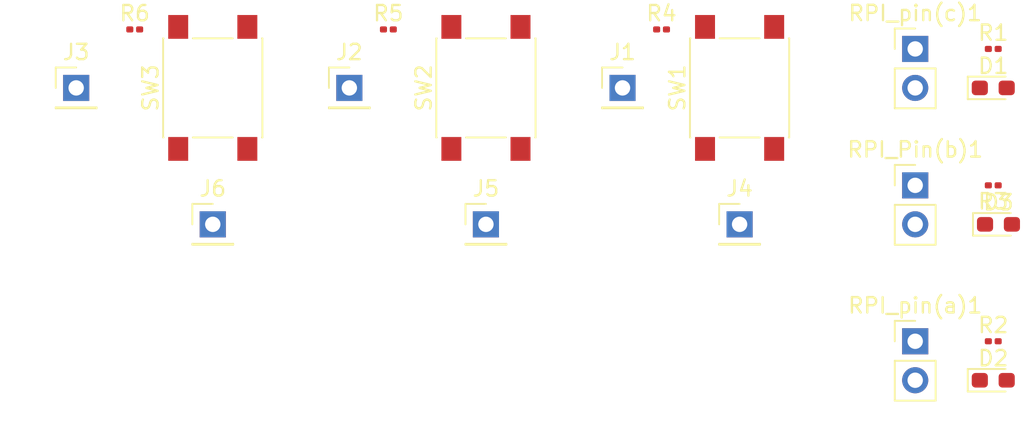
<source format=kicad_pcb>
(kicad_pcb (version 20171130) (host pcbnew 5.1.10-88a1d61d58~88~ubuntu20.04.1)

  (general
    (thickness 1.6)
    (drawings 0)
    (tracks 0)
    (zones 0)
    (modules 21)
    (nets 17)
  )

  (page A4)
  (layers
    (0 F.Cu signal)
    (31 B.Cu signal)
    (32 B.Adhes user)
    (33 F.Adhes user)
    (34 B.Paste user)
    (35 F.Paste user)
    (36 B.SilkS user)
    (37 F.SilkS user)
    (38 B.Mask user)
    (39 F.Mask user)
    (40 Dwgs.User user)
    (41 Cmts.User user)
    (42 Eco1.User user)
    (43 Eco2.User user)
    (44 Edge.Cuts user)
    (45 Margin user)
    (46 B.CrtYd user)
    (47 F.CrtYd user)
    (48 B.Fab user)
    (49 F.Fab user)
  )

  (setup
    (last_trace_width 0.25)
    (trace_clearance 0.2)
    (zone_clearance 0.508)
    (zone_45_only no)
    (trace_min 0.2)
    (via_size 0.8)
    (via_drill 0.4)
    (via_min_size 0.4)
    (via_min_drill 0.3)
    (uvia_size 0.3)
    (uvia_drill 0.1)
    (uvias_allowed no)
    (uvia_min_size 0.2)
    (uvia_min_drill 0.1)
    (edge_width 0.05)
    (segment_width 0.2)
    (pcb_text_width 0.3)
    (pcb_text_size 1.5 1.5)
    (mod_edge_width 0.12)
    (mod_text_size 1 1)
    (mod_text_width 0.15)
    (pad_size 1.524 1.524)
    (pad_drill 0.762)
    (pad_to_mask_clearance 0)
    (aux_axis_origin 0 0)
    (visible_elements FFFFFF7F)
    (pcbplotparams
      (layerselection 0x010fc_ffffffff)
      (usegerberextensions false)
      (usegerberattributes true)
      (usegerberadvancedattributes true)
      (creategerberjobfile true)
      (excludeedgelayer true)
      (linewidth 0.100000)
      (plotframeref false)
      (viasonmask false)
      (mode 1)
      (useauxorigin false)
      (hpglpennumber 1)
      (hpglpenspeed 20)
      (hpglpendiameter 15.000000)
      (psnegative false)
      (psa4output false)
      (plotreference true)
      (plotvalue true)
      (plotinvisibletext false)
      (padsonsilk false)
      (subtractmaskfromsilk false)
      (outputformat 1)
      (mirror false)
      (drillshape 1)
      (scaleselection 1)
      (outputdirectory ""))
  )

  (net 0 "")
  (net 1 "Net-(D1-Pad2)")
  (net 2 "Net-(D2-Pad2)")
  (net 3 "Net-(D3-Pad2)")
  (net 4 "Net-(D1-Pad1)")
  (net 5 "Net-(D2-Pad1)")
  (net 6 "Net-(D3-Pad1)")
  (net 7 "Net-(R1-Pad2)")
  (net 8 "Net-(R2-Pad2)")
  (net 9 "Net-(R3-Pad2)")
  (net 10 "Net-(J1-Pad1)")
  (net 11 "Net-(J2-Pad1)")
  (net 12 "Net-(J3-Pad1)")
  (net 13 "Net-(J4-Pad1)")
  (net 14 "Net-(J5-Pad1)")
  (net 15 "Net-(J6-Pad1)")
  (net 16 GND)

  (net_class Default "This is the default net class."
    (clearance 0.2)
    (trace_width 0.25)
    (via_dia 0.8)
    (via_drill 0.4)
    (uvia_dia 0.3)
    (uvia_drill 0.1)
    (add_net GND)
    (add_net "Net-(D1-Pad1)")
    (add_net "Net-(D1-Pad2)")
    (add_net "Net-(D2-Pad1)")
    (add_net "Net-(D2-Pad2)")
    (add_net "Net-(D3-Pad1)")
    (add_net "Net-(D3-Pad2)")
    (add_net "Net-(J1-Pad1)")
    (add_net "Net-(J2-Pad1)")
    (add_net "Net-(J3-Pad1)")
    (add_net "Net-(J4-Pad1)")
    (add_net "Net-(J5-Pad1)")
    (add_net "Net-(J6-Pad1)")
    (add_net "Net-(R1-Pad2)")
    (add_net "Net-(R2-Pad2)")
    (add_net "Net-(R3-Pad2)")
  )

  (module LED_SMD:LED_0603_1608Metric_Pad1.05x0.95mm_HandSolder (layer F.Cu) (tedit 5F68FEF1) (tstamp 60B92EF4)
    (at 165.1 100.33)
    (descr "LED SMD 0603 (1608 Metric), square (rectangular) end terminal, IPC_7351 nominal, (Body size source: http://www.tortai-tech.com/upload/download/2011102023233369053.pdf), generated with kicad-footprint-generator")
    (tags "LED handsolder")
    (path /60B7B905)
    (attr smd)
    (fp_text reference D1 (at 0 -1.43) (layer F.SilkS)
      (effects (font (size 1 1) (thickness 0.15)))
    )
    (fp_text value LED (at 0 1.43) (layer F.Fab)
      (effects (font (size 1 1) (thickness 0.15)))
    )
    (fp_line (start 1.65 0.73) (end -1.65 0.73) (layer F.CrtYd) (width 0.05))
    (fp_line (start 1.65 -0.73) (end 1.65 0.73) (layer F.CrtYd) (width 0.05))
    (fp_line (start -1.65 -0.73) (end 1.65 -0.73) (layer F.CrtYd) (width 0.05))
    (fp_line (start -1.65 0.73) (end -1.65 -0.73) (layer F.CrtYd) (width 0.05))
    (fp_line (start -1.66 0.735) (end 0.8 0.735) (layer F.SilkS) (width 0.12))
    (fp_line (start -1.66 -0.735) (end -1.66 0.735) (layer F.SilkS) (width 0.12))
    (fp_line (start 0.8 -0.735) (end -1.66 -0.735) (layer F.SilkS) (width 0.12))
    (fp_line (start 0.8 0.4) (end 0.8 -0.4) (layer F.Fab) (width 0.1))
    (fp_line (start -0.8 0.4) (end 0.8 0.4) (layer F.Fab) (width 0.1))
    (fp_line (start -0.8 -0.1) (end -0.8 0.4) (layer F.Fab) (width 0.1))
    (fp_line (start -0.5 -0.4) (end -0.8 -0.1) (layer F.Fab) (width 0.1))
    (fp_line (start 0.8 -0.4) (end -0.5 -0.4) (layer F.Fab) (width 0.1))
    (fp_text user %R (at 0 0) (layer F.Fab)
      (effects (font (size 0.4 0.4) (thickness 0.06)))
    )
    (pad 1 smd roundrect (at -0.875 0) (size 1.05 0.95) (layers F.Cu F.Paste F.Mask) (roundrect_rratio 0.25)
      (net 4 "Net-(D1-Pad1)"))
    (pad 2 smd roundrect (at 0.875 0) (size 1.05 0.95) (layers F.Cu F.Paste F.Mask) (roundrect_rratio 0.25)
      (net 1 "Net-(D1-Pad2)"))
    (model ${KISYS3DMOD}/LED_SMD.3dshapes/LED_0603_1608Metric.wrl
      (at (xyz 0 0 0))
      (scale (xyz 1 1 1))
      (rotate (xyz 0 0 0))
    )
  )

  (module LED_SMD:LED_0603_1608Metric_Pad1.05x0.95mm_HandSolder (layer F.Cu) (tedit 5F68FEF1) (tstamp 60B92F07)
    (at 165.1 119.38)
    (descr "LED SMD 0603 (1608 Metric), square (rectangular) end terminal, IPC_7351 nominal, (Body size source: http://www.tortai-tech.com/upload/download/2011102023233369053.pdf), generated with kicad-footprint-generator")
    (tags "LED handsolder")
    (path /60B7F8B0)
    (attr smd)
    (fp_text reference D2 (at 0 -1.43) (layer F.SilkS)
      (effects (font (size 1 1) (thickness 0.15)))
    )
    (fp_text value LED (at 0 1.43) (layer F.Fab)
      (effects (font (size 1 1) (thickness 0.15)))
    )
    (fp_text user %R (at 0 0) (layer F.Fab)
      (effects (font (size 0.4 0.4) (thickness 0.06)))
    )
    (fp_line (start 0.8 -0.4) (end -0.5 -0.4) (layer F.Fab) (width 0.1))
    (fp_line (start -0.5 -0.4) (end -0.8 -0.1) (layer F.Fab) (width 0.1))
    (fp_line (start -0.8 -0.1) (end -0.8 0.4) (layer F.Fab) (width 0.1))
    (fp_line (start -0.8 0.4) (end 0.8 0.4) (layer F.Fab) (width 0.1))
    (fp_line (start 0.8 0.4) (end 0.8 -0.4) (layer F.Fab) (width 0.1))
    (fp_line (start 0.8 -0.735) (end -1.66 -0.735) (layer F.SilkS) (width 0.12))
    (fp_line (start -1.66 -0.735) (end -1.66 0.735) (layer F.SilkS) (width 0.12))
    (fp_line (start -1.66 0.735) (end 0.8 0.735) (layer F.SilkS) (width 0.12))
    (fp_line (start -1.65 0.73) (end -1.65 -0.73) (layer F.CrtYd) (width 0.05))
    (fp_line (start -1.65 -0.73) (end 1.65 -0.73) (layer F.CrtYd) (width 0.05))
    (fp_line (start 1.65 -0.73) (end 1.65 0.73) (layer F.CrtYd) (width 0.05))
    (fp_line (start 1.65 0.73) (end -1.65 0.73) (layer F.CrtYd) (width 0.05))
    (pad 2 smd roundrect (at 0.875 0) (size 1.05 0.95) (layers F.Cu F.Paste F.Mask) (roundrect_rratio 0.25)
      (net 2 "Net-(D2-Pad2)"))
    (pad 1 smd roundrect (at -0.875 0) (size 1.05 0.95) (layers F.Cu F.Paste F.Mask) (roundrect_rratio 0.25)
      (net 5 "Net-(D2-Pad1)"))
    (model ${KISYS3DMOD}/LED_SMD.3dshapes/LED_0603_1608Metric.wrl
      (at (xyz 0 0 0))
      (scale (xyz 1 1 1))
      (rotate (xyz 0 0 0))
    )
  )

  (module LED_SMD:LED_0603_1608Metric_Pad1.05x0.95mm_HandSolder (layer F.Cu) (tedit 5F68FEF1) (tstamp 60B92F1A)
    (at 165.440001 109.22)
    (descr "LED SMD 0603 (1608 Metric), square (rectangular) end terminal, IPC_7351 nominal, (Body size source: http://www.tortai-tech.com/upload/download/2011102023233369053.pdf), generated with kicad-footprint-generator")
    (tags "LED handsolder")
    (path /60B7FFC9)
    (attr smd)
    (fp_text reference D3 (at 0 -1.43) (layer F.SilkS)
      (effects (font (size 1 1) (thickness 0.15)))
    )
    (fp_text value LED (at 0 1.43) (layer F.Fab)
      (effects (font (size 1 1) (thickness 0.15)))
    )
    (fp_line (start 1.65 0.73) (end -1.65 0.73) (layer F.CrtYd) (width 0.05))
    (fp_line (start 1.65 -0.73) (end 1.65 0.73) (layer F.CrtYd) (width 0.05))
    (fp_line (start -1.65 -0.73) (end 1.65 -0.73) (layer F.CrtYd) (width 0.05))
    (fp_line (start -1.65 0.73) (end -1.65 -0.73) (layer F.CrtYd) (width 0.05))
    (fp_line (start -1.66 0.735) (end 0.8 0.735) (layer F.SilkS) (width 0.12))
    (fp_line (start -1.66 -0.735) (end -1.66 0.735) (layer F.SilkS) (width 0.12))
    (fp_line (start 0.8 -0.735) (end -1.66 -0.735) (layer F.SilkS) (width 0.12))
    (fp_line (start 0.8 0.4) (end 0.8 -0.4) (layer F.Fab) (width 0.1))
    (fp_line (start -0.8 0.4) (end 0.8 0.4) (layer F.Fab) (width 0.1))
    (fp_line (start -0.8 -0.1) (end -0.8 0.4) (layer F.Fab) (width 0.1))
    (fp_line (start -0.5 -0.4) (end -0.8 -0.1) (layer F.Fab) (width 0.1))
    (fp_line (start 0.8 -0.4) (end -0.5 -0.4) (layer F.Fab) (width 0.1))
    (fp_text user %R (at 0 0) (layer F.Fab)
      (effects (font (size 0.4 0.4) (thickness 0.06)))
    )
    (pad 1 smd roundrect (at -0.875 0) (size 1.05 0.95) (layers F.Cu F.Paste F.Mask) (roundrect_rratio 0.25)
      (net 6 "Net-(D3-Pad1)"))
    (pad 2 smd roundrect (at 0.875 0) (size 1.05 0.95) (layers F.Cu F.Paste F.Mask) (roundrect_rratio 0.25)
      (net 3 "Net-(D3-Pad2)"))
    (model ${KISYS3DMOD}/LED_SMD.3dshapes/LED_0603_1608Metric.wrl
      (at (xyz 0 0 0))
      (scale (xyz 1 1 1))
      (rotate (xyz 0 0 0))
    )
  )

  (module Resistor_SMD:R_0201_0603Metric (layer F.Cu) (tedit 5F68FEEE) (tstamp 60B92F2B)
    (at 165.1 97.79)
    (descr "Resistor SMD 0201 (0603 Metric), square (rectangular) end terminal, IPC_7351 nominal, (Body size source: https://www.vishay.com/docs/20052/crcw0201e3.pdf), generated with kicad-footprint-generator")
    (tags resistor)
    (path /60B79FF2)
    (attr smd)
    (fp_text reference R1 (at 0 -1.05) (layer F.SilkS)
      (effects (font (size 1 1) (thickness 0.15)))
    )
    (fp_text value "1 k" (at 0 1.05) (layer F.Fab)
      (effects (font (size 1 1) (thickness 0.15)))
    )
    (fp_text user %R (at 0 -0.68) (layer F.Fab)
      (effects (font (size 0.25 0.25) (thickness 0.04)))
    )
    (fp_line (start -0.3 0.15) (end -0.3 -0.15) (layer F.Fab) (width 0.1))
    (fp_line (start -0.3 -0.15) (end 0.3 -0.15) (layer F.Fab) (width 0.1))
    (fp_line (start 0.3 -0.15) (end 0.3 0.15) (layer F.Fab) (width 0.1))
    (fp_line (start 0.3 0.15) (end -0.3 0.15) (layer F.Fab) (width 0.1))
    (fp_line (start -0.7 0.35) (end -0.7 -0.35) (layer F.CrtYd) (width 0.05))
    (fp_line (start -0.7 -0.35) (end 0.7 -0.35) (layer F.CrtYd) (width 0.05))
    (fp_line (start 0.7 -0.35) (end 0.7 0.35) (layer F.CrtYd) (width 0.05))
    (fp_line (start 0.7 0.35) (end -0.7 0.35) (layer F.CrtYd) (width 0.05))
    (pad 2 smd roundrect (at 0.32 0) (size 0.46 0.4) (layers F.Cu F.Mask) (roundrect_rratio 0.25)
      (net 7 "Net-(R1-Pad2)"))
    (pad 1 smd roundrect (at -0.32 0) (size 0.46 0.4) (layers F.Cu F.Mask) (roundrect_rratio 0.25)
      (net 1 "Net-(D1-Pad2)"))
    (pad "" smd roundrect (at 0.345 0) (size 0.318 0.36) (layers F.Paste) (roundrect_rratio 0.25))
    (pad "" smd roundrect (at -0.345 0) (size 0.318 0.36) (layers F.Paste) (roundrect_rratio 0.25))
    (model ${KISYS3DMOD}/Resistor_SMD.3dshapes/R_0201_0603Metric.wrl
      (at (xyz 0 0 0))
      (scale (xyz 1 1 1))
      (rotate (xyz 0 0 0))
    )
  )

  (module Resistor_SMD:R_0201_0603Metric (layer F.Cu) (tedit 5F68FEEE) (tstamp 60B92F3C)
    (at 165.1 116.84)
    (descr "Resistor SMD 0201 (0603 Metric), square (rectangular) end terminal, IPC_7351 nominal, (Body size source: https://www.vishay.com/docs/20052/crcw0201e3.pdf), generated with kicad-footprint-generator")
    (tags resistor)
    (path /60B7A918)
    (attr smd)
    (fp_text reference R2 (at 0 -1.05) (layer F.SilkS)
      (effects (font (size 1 1) (thickness 0.15)))
    )
    (fp_text value "1 k" (at 0 1.05) (layer F.Fab)
      (effects (font (size 1 1) (thickness 0.15)))
    )
    (fp_line (start 0.7 0.35) (end -0.7 0.35) (layer F.CrtYd) (width 0.05))
    (fp_line (start 0.7 -0.35) (end 0.7 0.35) (layer F.CrtYd) (width 0.05))
    (fp_line (start -0.7 -0.35) (end 0.7 -0.35) (layer F.CrtYd) (width 0.05))
    (fp_line (start -0.7 0.35) (end -0.7 -0.35) (layer F.CrtYd) (width 0.05))
    (fp_line (start 0.3 0.15) (end -0.3 0.15) (layer F.Fab) (width 0.1))
    (fp_line (start 0.3 -0.15) (end 0.3 0.15) (layer F.Fab) (width 0.1))
    (fp_line (start -0.3 -0.15) (end 0.3 -0.15) (layer F.Fab) (width 0.1))
    (fp_line (start -0.3 0.15) (end -0.3 -0.15) (layer F.Fab) (width 0.1))
    (fp_text user %R (at 0 -0.68) (layer F.Fab)
      (effects (font (size 0.25 0.25) (thickness 0.04)))
    )
    (pad "" smd roundrect (at -0.345 0) (size 0.318 0.36) (layers F.Paste) (roundrect_rratio 0.25))
    (pad "" smd roundrect (at 0.345 0) (size 0.318 0.36) (layers F.Paste) (roundrect_rratio 0.25))
    (pad 1 smd roundrect (at -0.32 0) (size 0.46 0.4) (layers F.Cu F.Mask) (roundrect_rratio 0.25)
      (net 2 "Net-(D2-Pad2)"))
    (pad 2 smd roundrect (at 0.32 0) (size 0.46 0.4) (layers F.Cu F.Mask) (roundrect_rratio 0.25)
      (net 8 "Net-(R2-Pad2)"))
    (model ${KISYS3DMOD}/Resistor_SMD.3dshapes/R_0201_0603Metric.wrl
      (at (xyz 0 0 0))
      (scale (xyz 1 1 1))
      (rotate (xyz 0 0 0))
    )
  )

  (module Resistor_SMD:R_0201_0603Metric (layer F.Cu) (tedit 5F68FEEE) (tstamp 60B92F4D)
    (at 165.1 106.68 180)
    (descr "Resistor SMD 0201 (0603 Metric), square (rectangular) end terminal, IPC_7351 nominal, (Body size source: https://www.vishay.com/docs/20052/crcw0201e3.pdf), generated with kicad-footprint-generator")
    (tags resistor)
    (path /60B7AF1E)
    (attr smd)
    (fp_text reference R3 (at 0 -1.05) (layer F.SilkS)
      (effects (font (size 1 1) (thickness 0.15)))
    )
    (fp_text value "1 k" (at 0 1.05) (layer F.Fab)
      (effects (font (size 1 1) (thickness 0.15)))
    )
    (fp_line (start 0.7 0.35) (end -0.7 0.35) (layer F.CrtYd) (width 0.05))
    (fp_line (start 0.7 -0.35) (end 0.7 0.35) (layer F.CrtYd) (width 0.05))
    (fp_line (start -0.7 -0.35) (end 0.7 -0.35) (layer F.CrtYd) (width 0.05))
    (fp_line (start -0.7 0.35) (end -0.7 -0.35) (layer F.CrtYd) (width 0.05))
    (fp_line (start 0.3 0.15) (end -0.3 0.15) (layer F.Fab) (width 0.1))
    (fp_line (start 0.3 -0.15) (end 0.3 0.15) (layer F.Fab) (width 0.1))
    (fp_line (start -0.3 -0.15) (end 0.3 -0.15) (layer F.Fab) (width 0.1))
    (fp_line (start -0.3 0.15) (end -0.3 -0.15) (layer F.Fab) (width 0.1))
    (fp_text user %R (at 0 -0.68) (layer F.Fab)
      (effects (font (size 0.25 0.25) (thickness 0.04)))
    )
    (pad "" smd roundrect (at -0.345 0 180) (size 0.318 0.36) (layers F.Paste) (roundrect_rratio 0.25))
    (pad "" smd roundrect (at 0.345 0 180) (size 0.318 0.36) (layers F.Paste) (roundrect_rratio 0.25))
    (pad 1 smd roundrect (at -0.32 0 180) (size 0.46 0.4) (layers F.Cu F.Mask) (roundrect_rratio 0.25)
      (net 3 "Net-(D3-Pad2)"))
    (pad 2 smd roundrect (at 0.32 0 180) (size 0.46 0.4) (layers F.Cu F.Mask) (roundrect_rratio 0.25)
      (net 9 "Net-(R3-Pad2)"))
    (model ${KISYS3DMOD}/Resistor_SMD.3dshapes/R_0201_0603Metric.wrl
      (at (xyz 0 0 0))
      (scale (xyz 1 1 1))
      (rotate (xyz 0 0 0))
    )
  )

  (module Connector_PinHeader_2.54mm:PinHeader_1x02_P2.54mm_Vertical (layer F.Cu) (tedit 59FED5CC) (tstamp 60B92F63)
    (at 160.02 116.84)
    (descr "Through hole straight pin header, 1x02, 2.54mm pitch, single row")
    (tags "Through hole pin header THT 1x02 2.54mm single row")
    (path /60B8B403)
    (fp_text reference "RPI_pin(a)1" (at 0 -2.33) (layer F.SilkS)
      (effects (font (size 1 1) (thickness 0.15)))
    )
    (fp_text value "3.3 v" (at 0 4.87) (layer F.Fab)
      (effects (font (size 1 1) (thickness 0.15)))
    )
    (fp_line (start 1.8 -1.8) (end -1.8 -1.8) (layer F.CrtYd) (width 0.05))
    (fp_line (start 1.8 4.35) (end 1.8 -1.8) (layer F.CrtYd) (width 0.05))
    (fp_line (start -1.8 4.35) (end 1.8 4.35) (layer F.CrtYd) (width 0.05))
    (fp_line (start -1.8 -1.8) (end -1.8 4.35) (layer F.CrtYd) (width 0.05))
    (fp_line (start -1.33 -1.33) (end 0 -1.33) (layer F.SilkS) (width 0.12))
    (fp_line (start -1.33 0) (end -1.33 -1.33) (layer F.SilkS) (width 0.12))
    (fp_line (start -1.33 1.27) (end 1.33 1.27) (layer F.SilkS) (width 0.12))
    (fp_line (start 1.33 1.27) (end 1.33 3.87) (layer F.SilkS) (width 0.12))
    (fp_line (start -1.33 1.27) (end -1.33 3.87) (layer F.SilkS) (width 0.12))
    (fp_line (start -1.33 3.87) (end 1.33 3.87) (layer F.SilkS) (width 0.12))
    (fp_line (start -1.27 -0.635) (end -0.635 -1.27) (layer F.Fab) (width 0.1))
    (fp_line (start -1.27 3.81) (end -1.27 -0.635) (layer F.Fab) (width 0.1))
    (fp_line (start 1.27 3.81) (end -1.27 3.81) (layer F.Fab) (width 0.1))
    (fp_line (start 1.27 -1.27) (end 1.27 3.81) (layer F.Fab) (width 0.1))
    (fp_line (start -0.635 -1.27) (end 1.27 -1.27) (layer F.Fab) (width 0.1))
    (fp_text user %R (at 0 1.27 90) (layer F.Fab)
      (effects (font (size 1 1) (thickness 0.15)))
    )
    (pad 1 thru_hole rect (at 0 0) (size 1.7 1.7) (drill 1) (layers *.Cu *.Mask)
      (net 8 "Net-(R2-Pad2)"))
    (pad 2 thru_hole oval (at 0 2.54) (size 1.7 1.7) (drill 1) (layers *.Cu *.Mask)
      (net 5 "Net-(D2-Pad1)"))
    (model ${KISYS3DMOD}/Connector_PinHeader_2.54mm.3dshapes/PinHeader_1x02_P2.54mm_Vertical.wrl
      (at (xyz 0 0 0))
      (scale (xyz 1 1 1))
      (rotate (xyz 0 0 0))
    )
  )

  (module Connector_PinHeader_2.54mm:PinHeader_1x02_P2.54mm_Vertical (layer F.Cu) (tedit 59FED5CC) (tstamp 60B92F79)
    (at 160.02 106.68)
    (descr "Through hole straight pin header, 1x02, 2.54mm pitch, single row")
    (tags "Through hole pin header THT 1x02 2.54mm single row")
    (path /60B98034)
    (fp_text reference "RPI_Pin(b)1" (at 0 -2.33) (layer F.SilkS)
      (effects (font (size 1 1) (thickness 0.15)))
    )
    (fp_text value 3.3v (at 0 4.87) (layer F.Fab)
      (effects (font (size 1 1) (thickness 0.15)))
    )
    (fp_text user %R (at 0 1.27 90) (layer F.Fab)
      (effects (font (size 1 1) (thickness 0.15)))
    )
    (fp_line (start -0.635 -1.27) (end 1.27 -1.27) (layer F.Fab) (width 0.1))
    (fp_line (start 1.27 -1.27) (end 1.27 3.81) (layer F.Fab) (width 0.1))
    (fp_line (start 1.27 3.81) (end -1.27 3.81) (layer F.Fab) (width 0.1))
    (fp_line (start -1.27 3.81) (end -1.27 -0.635) (layer F.Fab) (width 0.1))
    (fp_line (start -1.27 -0.635) (end -0.635 -1.27) (layer F.Fab) (width 0.1))
    (fp_line (start -1.33 3.87) (end 1.33 3.87) (layer F.SilkS) (width 0.12))
    (fp_line (start -1.33 1.27) (end -1.33 3.87) (layer F.SilkS) (width 0.12))
    (fp_line (start 1.33 1.27) (end 1.33 3.87) (layer F.SilkS) (width 0.12))
    (fp_line (start -1.33 1.27) (end 1.33 1.27) (layer F.SilkS) (width 0.12))
    (fp_line (start -1.33 0) (end -1.33 -1.33) (layer F.SilkS) (width 0.12))
    (fp_line (start -1.33 -1.33) (end 0 -1.33) (layer F.SilkS) (width 0.12))
    (fp_line (start -1.8 -1.8) (end -1.8 4.35) (layer F.CrtYd) (width 0.05))
    (fp_line (start -1.8 4.35) (end 1.8 4.35) (layer F.CrtYd) (width 0.05))
    (fp_line (start 1.8 4.35) (end 1.8 -1.8) (layer F.CrtYd) (width 0.05))
    (fp_line (start 1.8 -1.8) (end -1.8 -1.8) (layer F.CrtYd) (width 0.05))
    (pad 2 thru_hole oval (at 0 2.54) (size 1.7 1.7) (drill 1) (layers *.Cu *.Mask)
      (net 6 "Net-(D3-Pad1)"))
    (pad 1 thru_hole rect (at 0 0) (size 1.7 1.7) (drill 1) (layers *.Cu *.Mask)
      (net 9 "Net-(R3-Pad2)"))
    (model ${KISYS3DMOD}/Connector_PinHeader_2.54mm.3dshapes/PinHeader_1x02_P2.54mm_Vertical.wrl
      (at (xyz 0 0 0))
      (scale (xyz 1 1 1))
      (rotate (xyz 0 0 0))
    )
  )

  (module Connector_PinHeader_2.54mm:PinHeader_1x02_P2.54mm_Vertical (layer F.Cu) (tedit 59FED5CC) (tstamp 60B92F8F)
    (at 160.02 97.79)
    (descr "Through hole straight pin header, 1x02, 2.54mm pitch, single row")
    (tags "Through hole pin header THT 1x02 2.54mm single row")
    (path /60B98792)
    (fp_text reference "RPI_pin(c)1" (at 0 -2.33) (layer F.SilkS)
      (effects (font (size 1 1) (thickness 0.15)))
    )
    (fp_text value 3.3v (at 0 4.87) (layer F.Fab)
      (effects (font (size 1 1) (thickness 0.15)))
    )
    (fp_line (start 1.8 -1.8) (end -1.8 -1.8) (layer F.CrtYd) (width 0.05))
    (fp_line (start 1.8 4.35) (end 1.8 -1.8) (layer F.CrtYd) (width 0.05))
    (fp_line (start -1.8 4.35) (end 1.8 4.35) (layer F.CrtYd) (width 0.05))
    (fp_line (start -1.8 -1.8) (end -1.8 4.35) (layer F.CrtYd) (width 0.05))
    (fp_line (start -1.33 -1.33) (end 0 -1.33) (layer F.SilkS) (width 0.12))
    (fp_line (start -1.33 0) (end -1.33 -1.33) (layer F.SilkS) (width 0.12))
    (fp_line (start -1.33 1.27) (end 1.33 1.27) (layer F.SilkS) (width 0.12))
    (fp_line (start 1.33 1.27) (end 1.33 3.87) (layer F.SilkS) (width 0.12))
    (fp_line (start -1.33 1.27) (end -1.33 3.87) (layer F.SilkS) (width 0.12))
    (fp_line (start -1.33 3.87) (end 1.33 3.87) (layer F.SilkS) (width 0.12))
    (fp_line (start -1.27 -0.635) (end -0.635 -1.27) (layer F.Fab) (width 0.1))
    (fp_line (start -1.27 3.81) (end -1.27 -0.635) (layer F.Fab) (width 0.1))
    (fp_line (start 1.27 3.81) (end -1.27 3.81) (layer F.Fab) (width 0.1))
    (fp_line (start 1.27 -1.27) (end 1.27 3.81) (layer F.Fab) (width 0.1))
    (fp_line (start -0.635 -1.27) (end 1.27 -1.27) (layer F.Fab) (width 0.1))
    (fp_text user %R (at 0 1.27 90) (layer F.Fab)
      (effects (font (size 1 1) (thickness 0.15)))
    )
    (pad 1 thru_hole rect (at 0 0) (size 1.7 1.7) (drill 1) (layers *.Cu *.Mask)
      (net 7 "Net-(R1-Pad2)"))
    (pad 2 thru_hole oval (at 0 2.54) (size 1.7 1.7) (drill 1) (layers *.Cu *.Mask)
      (net 4 "Net-(D1-Pad1)"))
    (model ${KISYS3DMOD}/Connector_PinHeader_2.54mm.3dshapes/PinHeader_1x02_P2.54mm_Vertical.wrl
      (at (xyz 0 0 0))
      (scale (xyz 1 1 1))
      (rotate (xyz 0 0 0))
    )
  )

  (module Connector_PinHeader_2.54mm:PinHeader_1x01_P2.54mm_Vertical (layer F.Cu) (tedit 59FED5CC) (tstamp 60B94BB3)
    (at 140.97 100.33)
    (descr "Through hole straight pin header, 1x01, 2.54mm pitch, single row")
    (tags "Through hole pin header THT 1x01 2.54mm single row")
    (path /60BD20B0)
    (fp_text reference J1 (at 0 -2.33) (layer F.SilkS)
      (effects (font (size 1 1) (thickness 0.15)))
    )
    (fp_text value "RPI_PIN 3.3v" (at 0 2.33) (layer F.Fab)
      (effects (font (size 1 1) (thickness 0.15)))
    )
    (fp_text user %R (at 0 0 90) (layer F.Fab)
      (effects (font (size 1 1) (thickness 0.15)))
    )
    (fp_line (start -0.635 -1.27) (end 1.27 -1.27) (layer F.Fab) (width 0.1))
    (fp_line (start 1.27 -1.27) (end 1.27 1.27) (layer F.Fab) (width 0.1))
    (fp_line (start 1.27 1.27) (end -1.27 1.27) (layer F.Fab) (width 0.1))
    (fp_line (start -1.27 1.27) (end -1.27 -0.635) (layer F.Fab) (width 0.1))
    (fp_line (start -1.27 -0.635) (end -0.635 -1.27) (layer F.Fab) (width 0.1))
    (fp_line (start -1.33 1.33) (end 1.33 1.33) (layer F.SilkS) (width 0.12))
    (fp_line (start -1.33 1.27) (end -1.33 1.33) (layer F.SilkS) (width 0.12))
    (fp_line (start 1.33 1.27) (end 1.33 1.33) (layer F.SilkS) (width 0.12))
    (fp_line (start -1.33 1.27) (end 1.33 1.27) (layer F.SilkS) (width 0.12))
    (fp_line (start -1.33 0) (end -1.33 -1.33) (layer F.SilkS) (width 0.12))
    (fp_line (start -1.33 -1.33) (end 0 -1.33) (layer F.SilkS) (width 0.12))
    (fp_line (start -1.8 -1.8) (end -1.8 1.8) (layer F.CrtYd) (width 0.05))
    (fp_line (start -1.8 1.8) (end 1.8 1.8) (layer F.CrtYd) (width 0.05))
    (fp_line (start 1.8 1.8) (end 1.8 -1.8) (layer F.CrtYd) (width 0.05))
    (fp_line (start 1.8 -1.8) (end -1.8 -1.8) (layer F.CrtYd) (width 0.05))
    (pad 1 thru_hole rect (at 0 0) (size 1.7 1.7) (drill 1) (layers *.Cu *.Mask)
      (net 10 "Net-(J1-Pad1)"))
    (model ${KISYS3DMOD}/Connector_PinHeader_2.54mm.3dshapes/PinHeader_1x01_P2.54mm_Vertical.wrl
      (at (xyz 0 0 0))
      (scale (xyz 1 1 1))
      (rotate (xyz 0 0 0))
    )
  )

  (module Connector_PinHeader_2.54mm:PinHeader_1x01_P2.54mm_Vertical (layer F.Cu) (tedit 59FED5CC) (tstamp 60B94BC8)
    (at 123.19 100.33)
    (descr "Through hole straight pin header, 1x01, 2.54mm pitch, single row")
    (tags "Through hole pin header THT 1x01 2.54mm single row")
    (path /60BE38C6)
    (fp_text reference J2 (at 0 -2.33) (layer F.SilkS)
      (effects (font (size 1 1) (thickness 0.15)))
    )
    (fp_text value "RPI_PIN 3.3v" (at 0 2.33) (layer F.Fab)
      (effects (font (size 1 1) (thickness 0.15)))
    )
    (fp_text user %R (at 0 0 90) (layer F.Fab)
      (effects (font (size 1 1) (thickness 0.15)))
    )
    (fp_line (start -0.635 -1.27) (end 1.27 -1.27) (layer F.Fab) (width 0.1))
    (fp_line (start 1.27 -1.27) (end 1.27 1.27) (layer F.Fab) (width 0.1))
    (fp_line (start 1.27 1.27) (end -1.27 1.27) (layer F.Fab) (width 0.1))
    (fp_line (start -1.27 1.27) (end -1.27 -0.635) (layer F.Fab) (width 0.1))
    (fp_line (start -1.27 -0.635) (end -0.635 -1.27) (layer F.Fab) (width 0.1))
    (fp_line (start -1.33 1.33) (end 1.33 1.33) (layer F.SilkS) (width 0.12))
    (fp_line (start -1.33 1.27) (end -1.33 1.33) (layer F.SilkS) (width 0.12))
    (fp_line (start 1.33 1.27) (end 1.33 1.33) (layer F.SilkS) (width 0.12))
    (fp_line (start -1.33 1.27) (end 1.33 1.27) (layer F.SilkS) (width 0.12))
    (fp_line (start -1.33 0) (end -1.33 -1.33) (layer F.SilkS) (width 0.12))
    (fp_line (start -1.33 -1.33) (end 0 -1.33) (layer F.SilkS) (width 0.12))
    (fp_line (start -1.8 -1.8) (end -1.8 1.8) (layer F.CrtYd) (width 0.05))
    (fp_line (start -1.8 1.8) (end 1.8 1.8) (layer F.CrtYd) (width 0.05))
    (fp_line (start 1.8 1.8) (end 1.8 -1.8) (layer F.CrtYd) (width 0.05))
    (fp_line (start 1.8 -1.8) (end -1.8 -1.8) (layer F.CrtYd) (width 0.05))
    (pad 1 thru_hole rect (at 0 0) (size 1.7 1.7) (drill 1) (layers *.Cu *.Mask)
      (net 11 "Net-(J2-Pad1)"))
    (model ${KISYS3DMOD}/Connector_PinHeader_2.54mm.3dshapes/PinHeader_1x01_P2.54mm_Vertical.wrl
      (at (xyz 0 0 0))
      (scale (xyz 1 1 1))
      (rotate (xyz 0 0 0))
    )
  )

  (module Connector_PinHeader_2.54mm:PinHeader_1x01_P2.54mm_Vertical (layer F.Cu) (tedit 59FED5CC) (tstamp 60B94BDD)
    (at 105.41 100.33)
    (descr "Through hole straight pin header, 1x01, 2.54mm pitch, single row")
    (tags "Through hole pin header THT 1x01 2.54mm single row")
    (path /60BE499A)
    (fp_text reference J3 (at 0 -2.33) (layer F.SilkS)
      (effects (font (size 1 1) (thickness 0.15)))
    )
    (fp_text value "RPI_PIN 3.3v" (at 0 2.33) (layer F.Fab)
      (effects (font (size 1 1) (thickness 0.15)))
    )
    (fp_text user %R (at 0 0 90) (layer F.Fab)
      (effects (font (size 1 1) (thickness 0.15)))
    )
    (fp_line (start -0.635 -1.27) (end 1.27 -1.27) (layer F.Fab) (width 0.1))
    (fp_line (start 1.27 -1.27) (end 1.27 1.27) (layer F.Fab) (width 0.1))
    (fp_line (start 1.27 1.27) (end -1.27 1.27) (layer F.Fab) (width 0.1))
    (fp_line (start -1.27 1.27) (end -1.27 -0.635) (layer F.Fab) (width 0.1))
    (fp_line (start -1.27 -0.635) (end -0.635 -1.27) (layer F.Fab) (width 0.1))
    (fp_line (start -1.33 1.33) (end 1.33 1.33) (layer F.SilkS) (width 0.12))
    (fp_line (start -1.33 1.27) (end -1.33 1.33) (layer F.SilkS) (width 0.12))
    (fp_line (start 1.33 1.27) (end 1.33 1.33) (layer F.SilkS) (width 0.12))
    (fp_line (start -1.33 1.27) (end 1.33 1.27) (layer F.SilkS) (width 0.12))
    (fp_line (start -1.33 0) (end -1.33 -1.33) (layer F.SilkS) (width 0.12))
    (fp_line (start -1.33 -1.33) (end 0 -1.33) (layer F.SilkS) (width 0.12))
    (fp_line (start -1.8 -1.8) (end -1.8 1.8) (layer F.CrtYd) (width 0.05))
    (fp_line (start -1.8 1.8) (end 1.8 1.8) (layer F.CrtYd) (width 0.05))
    (fp_line (start 1.8 1.8) (end 1.8 -1.8) (layer F.CrtYd) (width 0.05))
    (fp_line (start 1.8 -1.8) (end -1.8 -1.8) (layer F.CrtYd) (width 0.05))
    (pad 1 thru_hole rect (at 0 0) (size 1.7 1.7) (drill 1) (layers *.Cu *.Mask)
      (net 12 "Net-(J3-Pad1)"))
    (model ${KISYS3DMOD}/Connector_PinHeader_2.54mm.3dshapes/PinHeader_1x01_P2.54mm_Vertical.wrl
      (at (xyz 0 0 0))
      (scale (xyz 1 1 1))
      (rotate (xyz 0 0 0))
    )
  )

  (module Connector_PinHeader_2.54mm:PinHeader_1x01_P2.54mm_Vertical (layer F.Cu) (tedit 59FED5CC) (tstamp 60B94BF2)
    (at 148.59 109.22)
    (descr "Through hole straight pin header, 1x01, 2.54mm pitch, single row")
    (tags "Through hole pin header THT 1x01 2.54mm single row")
    (path /60BD2C9A)
    (fp_text reference J4 (at 0 -2.33) (layer F.SilkS)
      (effects (font (size 1 1) (thickness 0.15)))
    )
    (fp_text value "RPI_PIN(d)" (at 0 2.33) (layer F.Fab)
      (effects (font (size 1 1) (thickness 0.15)))
    )
    (fp_line (start 1.8 -1.8) (end -1.8 -1.8) (layer F.CrtYd) (width 0.05))
    (fp_line (start 1.8 1.8) (end 1.8 -1.8) (layer F.CrtYd) (width 0.05))
    (fp_line (start -1.8 1.8) (end 1.8 1.8) (layer F.CrtYd) (width 0.05))
    (fp_line (start -1.8 -1.8) (end -1.8 1.8) (layer F.CrtYd) (width 0.05))
    (fp_line (start -1.33 -1.33) (end 0 -1.33) (layer F.SilkS) (width 0.12))
    (fp_line (start -1.33 0) (end -1.33 -1.33) (layer F.SilkS) (width 0.12))
    (fp_line (start -1.33 1.27) (end 1.33 1.27) (layer F.SilkS) (width 0.12))
    (fp_line (start 1.33 1.27) (end 1.33 1.33) (layer F.SilkS) (width 0.12))
    (fp_line (start -1.33 1.27) (end -1.33 1.33) (layer F.SilkS) (width 0.12))
    (fp_line (start -1.33 1.33) (end 1.33 1.33) (layer F.SilkS) (width 0.12))
    (fp_line (start -1.27 -0.635) (end -0.635 -1.27) (layer F.Fab) (width 0.1))
    (fp_line (start -1.27 1.27) (end -1.27 -0.635) (layer F.Fab) (width 0.1))
    (fp_line (start 1.27 1.27) (end -1.27 1.27) (layer F.Fab) (width 0.1))
    (fp_line (start 1.27 -1.27) (end 1.27 1.27) (layer F.Fab) (width 0.1))
    (fp_line (start -0.635 -1.27) (end 1.27 -1.27) (layer F.Fab) (width 0.1))
    (fp_text user %R (at 0 0 90) (layer F.Fab)
      (effects (font (size 1 1) (thickness 0.15)))
    )
    (pad 1 thru_hole rect (at 0 0) (size 1.7 1.7) (drill 1) (layers *.Cu *.Mask)
      (net 13 "Net-(J4-Pad1)"))
    (model ${KISYS3DMOD}/Connector_PinHeader_2.54mm.3dshapes/PinHeader_1x01_P2.54mm_Vertical.wrl
      (at (xyz 0 0 0))
      (scale (xyz 1 1 1))
      (rotate (xyz 0 0 0))
    )
  )

  (module Connector_PinHeader_2.54mm:PinHeader_1x01_P2.54mm_Vertical (layer F.Cu) (tedit 59FED5CC) (tstamp 60B94C07)
    (at 132.08 109.22)
    (descr "Through hole straight pin header, 1x01, 2.54mm pitch, single row")
    (tags "Through hole pin header THT 1x01 2.54mm single row")
    (path /60BE38C0)
    (fp_text reference J5 (at 0 -2.33) (layer F.SilkS)
      (effects (font (size 1 1) (thickness 0.15)))
    )
    (fp_text value "RPI_PIN(e)" (at 0 2.33) (layer F.Fab)
      (effects (font (size 1 1) (thickness 0.15)))
    )
    (fp_line (start 1.8 -1.8) (end -1.8 -1.8) (layer F.CrtYd) (width 0.05))
    (fp_line (start 1.8 1.8) (end 1.8 -1.8) (layer F.CrtYd) (width 0.05))
    (fp_line (start -1.8 1.8) (end 1.8 1.8) (layer F.CrtYd) (width 0.05))
    (fp_line (start -1.8 -1.8) (end -1.8 1.8) (layer F.CrtYd) (width 0.05))
    (fp_line (start -1.33 -1.33) (end 0 -1.33) (layer F.SilkS) (width 0.12))
    (fp_line (start -1.33 0) (end -1.33 -1.33) (layer F.SilkS) (width 0.12))
    (fp_line (start -1.33 1.27) (end 1.33 1.27) (layer F.SilkS) (width 0.12))
    (fp_line (start 1.33 1.27) (end 1.33 1.33) (layer F.SilkS) (width 0.12))
    (fp_line (start -1.33 1.27) (end -1.33 1.33) (layer F.SilkS) (width 0.12))
    (fp_line (start -1.33 1.33) (end 1.33 1.33) (layer F.SilkS) (width 0.12))
    (fp_line (start -1.27 -0.635) (end -0.635 -1.27) (layer F.Fab) (width 0.1))
    (fp_line (start -1.27 1.27) (end -1.27 -0.635) (layer F.Fab) (width 0.1))
    (fp_line (start 1.27 1.27) (end -1.27 1.27) (layer F.Fab) (width 0.1))
    (fp_line (start 1.27 -1.27) (end 1.27 1.27) (layer F.Fab) (width 0.1))
    (fp_line (start -0.635 -1.27) (end 1.27 -1.27) (layer F.Fab) (width 0.1))
    (fp_text user %R (at 0 0 90) (layer F.Fab)
      (effects (font (size 1 1) (thickness 0.15)))
    )
    (pad 1 thru_hole rect (at 0 0) (size 1.7 1.7) (drill 1) (layers *.Cu *.Mask)
      (net 14 "Net-(J5-Pad1)"))
    (model ${KISYS3DMOD}/Connector_PinHeader_2.54mm.3dshapes/PinHeader_1x01_P2.54mm_Vertical.wrl
      (at (xyz 0 0 0))
      (scale (xyz 1 1 1))
      (rotate (xyz 0 0 0))
    )
  )

  (module Connector_PinHeader_2.54mm:PinHeader_1x01_P2.54mm_Vertical (layer F.Cu) (tedit 59FED5CC) (tstamp 60B94C1C)
    (at 114.3 109.22)
    (descr "Through hole straight pin header, 1x01, 2.54mm pitch, single row")
    (tags "Through hole pin header THT 1x01 2.54mm single row")
    (path /60BE4994)
    (fp_text reference J6 (at 0 -2.33) (layer F.SilkS)
      (effects (font (size 1 1) (thickness 0.15)))
    )
    (fp_text value "RPI_PIN(f)" (at 0 2.33) (layer F.Fab)
      (effects (font (size 1 1) (thickness 0.15)))
    )
    (fp_line (start 1.8 -1.8) (end -1.8 -1.8) (layer F.CrtYd) (width 0.05))
    (fp_line (start 1.8 1.8) (end 1.8 -1.8) (layer F.CrtYd) (width 0.05))
    (fp_line (start -1.8 1.8) (end 1.8 1.8) (layer F.CrtYd) (width 0.05))
    (fp_line (start -1.8 -1.8) (end -1.8 1.8) (layer F.CrtYd) (width 0.05))
    (fp_line (start -1.33 -1.33) (end 0 -1.33) (layer F.SilkS) (width 0.12))
    (fp_line (start -1.33 0) (end -1.33 -1.33) (layer F.SilkS) (width 0.12))
    (fp_line (start -1.33 1.27) (end 1.33 1.27) (layer F.SilkS) (width 0.12))
    (fp_line (start 1.33 1.27) (end 1.33 1.33) (layer F.SilkS) (width 0.12))
    (fp_line (start -1.33 1.27) (end -1.33 1.33) (layer F.SilkS) (width 0.12))
    (fp_line (start -1.33 1.33) (end 1.33 1.33) (layer F.SilkS) (width 0.12))
    (fp_line (start -1.27 -0.635) (end -0.635 -1.27) (layer F.Fab) (width 0.1))
    (fp_line (start -1.27 1.27) (end -1.27 -0.635) (layer F.Fab) (width 0.1))
    (fp_line (start 1.27 1.27) (end -1.27 1.27) (layer F.Fab) (width 0.1))
    (fp_line (start 1.27 -1.27) (end 1.27 1.27) (layer F.Fab) (width 0.1))
    (fp_line (start -0.635 -1.27) (end 1.27 -1.27) (layer F.Fab) (width 0.1))
    (fp_text user %R (at 0 0 90) (layer F.Fab)
      (effects (font (size 1 1) (thickness 0.15)))
    )
    (pad 1 thru_hole rect (at 0 0) (size 1.7 1.7) (drill 1) (layers *.Cu *.Mask)
      (net 15 "Net-(J6-Pad1)"))
    (model ${KISYS3DMOD}/Connector_PinHeader_2.54mm.3dshapes/PinHeader_1x01_P2.54mm_Vertical.wrl
      (at (xyz 0 0 0))
      (scale (xyz 1 1 1))
      (rotate (xyz 0 0 0))
    )
  )

  (module Resistor_SMD:R_0201_0603Metric (layer F.Cu) (tedit 5F68FEEE) (tstamp 60B94C2D)
    (at 143.51 96.52)
    (descr "Resistor SMD 0201 (0603 Metric), square (rectangular) end terminal, IPC_7351 nominal, (Body size source: https://www.vishay.com/docs/20052/crcw0201e3.pdf), generated with kicad-footprint-generator")
    (tags resistor)
    (path /60BCEBCB)
    (attr smd)
    (fp_text reference R4 (at 0 -1.05) (layer F.SilkS)
      (effects (font (size 1 1) (thickness 0.15)))
    )
    (fp_text value 1k (at 0 1.05) (layer F.Fab)
      (effects (font (size 1 1) (thickness 0.15)))
    )
    (fp_line (start 0.7 0.35) (end -0.7 0.35) (layer F.CrtYd) (width 0.05))
    (fp_line (start 0.7 -0.35) (end 0.7 0.35) (layer F.CrtYd) (width 0.05))
    (fp_line (start -0.7 -0.35) (end 0.7 -0.35) (layer F.CrtYd) (width 0.05))
    (fp_line (start -0.7 0.35) (end -0.7 -0.35) (layer F.CrtYd) (width 0.05))
    (fp_line (start 0.3 0.15) (end -0.3 0.15) (layer F.Fab) (width 0.1))
    (fp_line (start 0.3 -0.15) (end 0.3 0.15) (layer F.Fab) (width 0.1))
    (fp_line (start -0.3 -0.15) (end 0.3 -0.15) (layer F.Fab) (width 0.1))
    (fp_line (start -0.3 0.15) (end -0.3 -0.15) (layer F.Fab) (width 0.1))
    (fp_text user %R (at 0 -0.68) (layer F.Fab)
      (effects (font (size 0.25 0.25) (thickness 0.04)))
    )
    (pad "" smd roundrect (at -0.345 0) (size 0.318 0.36) (layers F.Paste) (roundrect_rratio 0.25))
    (pad "" smd roundrect (at 0.345 0) (size 0.318 0.36) (layers F.Paste) (roundrect_rratio 0.25))
    (pad 1 smd roundrect (at -0.32 0) (size 0.46 0.4) (layers F.Cu F.Mask) (roundrect_rratio 0.25)
      (net 10 "Net-(J1-Pad1)"))
    (pad 2 smd roundrect (at 0.32 0) (size 0.46 0.4) (layers F.Cu F.Mask) (roundrect_rratio 0.25)
      (net 16 GND))
    (model ${KISYS3DMOD}/Resistor_SMD.3dshapes/R_0201_0603Metric.wrl
      (at (xyz 0 0 0))
      (scale (xyz 1 1 1))
      (rotate (xyz 0 0 0))
    )
  )

  (module Resistor_SMD:R_0201_0603Metric (layer F.Cu) (tedit 5F68FEEE) (tstamp 60B94C3E)
    (at 125.73 96.52)
    (descr "Resistor SMD 0201 (0603 Metric), square (rectangular) end terminal, IPC_7351 nominal, (Body size source: https://www.vishay.com/docs/20052/crcw0201e3.pdf), generated with kicad-footprint-generator")
    (tags resistor)
    (path /60BE38CC)
    (attr smd)
    (fp_text reference R5 (at 0 -1.05) (layer F.SilkS)
      (effects (font (size 1 1) (thickness 0.15)))
    )
    (fp_text value 1k (at 0 1.05) (layer F.Fab)
      (effects (font (size 1 1) (thickness 0.15)))
    )
    (fp_text user %R (at 0 -0.68) (layer F.Fab)
      (effects (font (size 0.25 0.25) (thickness 0.04)))
    )
    (fp_line (start -0.3 0.15) (end -0.3 -0.15) (layer F.Fab) (width 0.1))
    (fp_line (start -0.3 -0.15) (end 0.3 -0.15) (layer F.Fab) (width 0.1))
    (fp_line (start 0.3 -0.15) (end 0.3 0.15) (layer F.Fab) (width 0.1))
    (fp_line (start 0.3 0.15) (end -0.3 0.15) (layer F.Fab) (width 0.1))
    (fp_line (start -0.7 0.35) (end -0.7 -0.35) (layer F.CrtYd) (width 0.05))
    (fp_line (start -0.7 -0.35) (end 0.7 -0.35) (layer F.CrtYd) (width 0.05))
    (fp_line (start 0.7 -0.35) (end 0.7 0.35) (layer F.CrtYd) (width 0.05))
    (fp_line (start 0.7 0.35) (end -0.7 0.35) (layer F.CrtYd) (width 0.05))
    (pad 2 smd roundrect (at 0.32 0) (size 0.46 0.4) (layers F.Cu F.Mask) (roundrect_rratio 0.25)
      (net 16 GND))
    (pad 1 smd roundrect (at -0.32 0) (size 0.46 0.4) (layers F.Cu F.Mask) (roundrect_rratio 0.25)
      (net 11 "Net-(J2-Pad1)"))
    (pad "" smd roundrect (at 0.345 0) (size 0.318 0.36) (layers F.Paste) (roundrect_rratio 0.25))
    (pad "" smd roundrect (at -0.345 0) (size 0.318 0.36) (layers F.Paste) (roundrect_rratio 0.25))
    (model ${KISYS3DMOD}/Resistor_SMD.3dshapes/R_0201_0603Metric.wrl
      (at (xyz 0 0 0))
      (scale (xyz 1 1 1))
      (rotate (xyz 0 0 0))
    )
  )

  (module Resistor_SMD:R_0201_0603Metric (layer F.Cu) (tedit 5F68FEEE) (tstamp 60B94C4F)
    (at 109.22 96.52)
    (descr "Resistor SMD 0201 (0603 Metric), square (rectangular) end terminal, IPC_7351 nominal, (Body size source: https://www.vishay.com/docs/20052/crcw0201e3.pdf), generated with kicad-footprint-generator")
    (tags resistor)
    (path /60BE49A0)
    (attr smd)
    (fp_text reference R6 (at 0 -1.05) (layer F.SilkS)
      (effects (font (size 1 1) (thickness 0.15)))
    )
    (fp_text value 1k (at 0 1.05) (layer F.Fab)
      (effects (font (size 1 1) (thickness 0.15)))
    )
    (fp_line (start 0.7 0.35) (end -0.7 0.35) (layer F.CrtYd) (width 0.05))
    (fp_line (start 0.7 -0.35) (end 0.7 0.35) (layer F.CrtYd) (width 0.05))
    (fp_line (start -0.7 -0.35) (end 0.7 -0.35) (layer F.CrtYd) (width 0.05))
    (fp_line (start -0.7 0.35) (end -0.7 -0.35) (layer F.CrtYd) (width 0.05))
    (fp_line (start 0.3 0.15) (end -0.3 0.15) (layer F.Fab) (width 0.1))
    (fp_line (start 0.3 -0.15) (end 0.3 0.15) (layer F.Fab) (width 0.1))
    (fp_line (start -0.3 -0.15) (end 0.3 -0.15) (layer F.Fab) (width 0.1))
    (fp_line (start -0.3 0.15) (end -0.3 -0.15) (layer F.Fab) (width 0.1))
    (fp_text user %R (at 0 -0.68) (layer F.Fab)
      (effects (font (size 0.25 0.25) (thickness 0.04)))
    )
    (pad "" smd roundrect (at -0.345 0) (size 0.318 0.36) (layers F.Paste) (roundrect_rratio 0.25))
    (pad "" smd roundrect (at 0.345 0) (size 0.318 0.36) (layers F.Paste) (roundrect_rratio 0.25))
    (pad 1 smd roundrect (at -0.32 0) (size 0.46 0.4) (layers F.Cu F.Mask) (roundrect_rratio 0.25)
      (net 12 "Net-(J3-Pad1)"))
    (pad 2 smd roundrect (at 0.32 0) (size 0.46 0.4) (layers F.Cu F.Mask) (roundrect_rratio 0.25)
      (net 16 GND))
    (model ${KISYS3DMOD}/Resistor_SMD.3dshapes/R_0201_0603Metric.wrl
      (at (xyz 0 0 0))
      (scale (xyz 1 1 1))
      (rotate (xyz 0 0 0))
    )
  )

  (module Button_Switch_SMD:SW_Push_1P1T_NO_6x6mm_H9.5mm (layer F.Cu) (tedit 5CA1CA7F) (tstamp 60B94C69)
    (at 148.59 100.33 90)
    (descr "tactile push button, 6x6mm e.g. PTS645xx series, height=9.5mm")
    (tags "tact sw push 6mm smd")
    (path /60BA5097)
    (attr smd)
    (fp_text reference SW1 (at 0 -4.05 90) (layer F.SilkS)
      (effects (font (size 1 1) (thickness 0.15)))
    )
    (fp_text value "button 1" (at 0 4.15 90) (layer F.Fab)
      (effects (font (size 1 1) (thickness 0.15)))
    )
    (fp_circle (center 0 0) (end 1.75 -0.05) (layer F.Fab) (width 0.1))
    (fp_line (start -3.23 3.23) (end 3.23 3.23) (layer F.SilkS) (width 0.12))
    (fp_line (start -3.23 -1.3) (end -3.23 1.3) (layer F.SilkS) (width 0.12))
    (fp_line (start -3.23 -3.23) (end 3.23 -3.23) (layer F.SilkS) (width 0.12))
    (fp_line (start 3.23 -1.3) (end 3.23 1.3) (layer F.SilkS) (width 0.12))
    (fp_line (start -3.23 -3.2) (end -3.23 -3.23) (layer F.SilkS) (width 0.12))
    (fp_line (start -3.23 3.23) (end -3.23 3.2) (layer F.SilkS) (width 0.12))
    (fp_line (start 3.23 3.23) (end 3.23 3.2) (layer F.SilkS) (width 0.12))
    (fp_line (start 3.23 -3.23) (end 3.23 -3.2) (layer F.SilkS) (width 0.12))
    (fp_line (start -5 -3.25) (end 5 -3.25) (layer F.CrtYd) (width 0.05))
    (fp_line (start -5 3.25) (end 5 3.25) (layer F.CrtYd) (width 0.05))
    (fp_line (start -5 -3.25) (end -5 3.25) (layer F.CrtYd) (width 0.05))
    (fp_line (start 5 3.25) (end 5 -3.25) (layer F.CrtYd) (width 0.05))
    (fp_line (start 3 -3) (end -3 -3) (layer F.Fab) (width 0.1))
    (fp_line (start 3 3) (end 3 -3) (layer F.Fab) (width 0.1))
    (fp_line (start -3 3) (end 3 3) (layer F.Fab) (width 0.1))
    (fp_line (start -3 -3) (end -3 3) (layer F.Fab) (width 0.1))
    (fp_text user %R (at 0 -4.05 90) (layer F.Fab)
      (effects (font (size 1 1) (thickness 0.15)))
    )
    (pad 2 smd rect (at -3.975 2.25 90) (size 1.55 1.3) (layers F.Cu F.Paste F.Mask)
      (net 13 "Net-(J4-Pad1)"))
    (pad 1 smd rect (at -3.975 -2.25 90) (size 1.55 1.3) (layers F.Cu F.Paste F.Mask)
      (net 10 "Net-(J1-Pad1)"))
    (pad 1 smd rect (at 3.975 -2.25 90) (size 1.55 1.3) (layers F.Cu F.Paste F.Mask)
      (net 10 "Net-(J1-Pad1)"))
    (pad 2 smd rect (at 3.975 2.25 90) (size 1.55 1.3) (layers F.Cu F.Paste F.Mask)
      (net 13 "Net-(J4-Pad1)"))
    (model ${KISYS3DMOD}/Button_Switch_SMD.3dshapes/SW_PUSH_6mm_H9.5mm.wrl
      (at (xyz 0 0 0))
      (scale (xyz 1 1 1))
      (rotate (xyz 0 0 0))
    )
  )

  (module Button_Switch_SMD:SW_Push_1P1T_NO_6x6mm_H9.5mm (layer F.Cu) (tedit 5CA1CA7F) (tstamp 60B94C83)
    (at 132.08 100.33 90)
    (descr "tactile push button, 6x6mm e.g. PTS645xx series, height=9.5mm")
    (tags "tact sw push 6mm smd")
    (path /60BE38BA)
    (attr smd)
    (fp_text reference SW2 (at 0 -4.05 90) (layer F.SilkS)
      (effects (font (size 1 1) (thickness 0.15)))
    )
    (fp_text value "button 2" (at 0 4.15 90) (layer F.Fab)
      (effects (font (size 1 1) (thickness 0.15)))
    )
    (fp_text user %R (at 0 -4.05 90) (layer F.Fab)
      (effects (font (size 1 1) (thickness 0.15)))
    )
    (fp_line (start -3 -3) (end -3 3) (layer F.Fab) (width 0.1))
    (fp_line (start -3 3) (end 3 3) (layer F.Fab) (width 0.1))
    (fp_line (start 3 3) (end 3 -3) (layer F.Fab) (width 0.1))
    (fp_line (start 3 -3) (end -3 -3) (layer F.Fab) (width 0.1))
    (fp_line (start 5 3.25) (end 5 -3.25) (layer F.CrtYd) (width 0.05))
    (fp_line (start -5 -3.25) (end -5 3.25) (layer F.CrtYd) (width 0.05))
    (fp_line (start -5 3.25) (end 5 3.25) (layer F.CrtYd) (width 0.05))
    (fp_line (start -5 -3.25) (end 5 -3.25) (layer F.CrtYd) (width 0.05))
    (fp_line (start 3.23 -3.23) (end 3.23 -3.2) (layer F.SilkS) (width 0.12))
    (fp_line (start 3.23 3.23) (end 3.23 3.2) (layer F.SilkS) (width 0.12))
    (fp_line (start -3.23 3.23) (end -3.23 3.2) (layer F.SilkS) (width 0.12))
    (fp_line (start -3.23 -3.2) (end -3.23 -3.23) (layer F.SilkS) (width 0.12))
    (fp_line (start 3.23 -1.3) (end 3.23 1.3) (layer F.SilkS) (width 0.12))
    (fp_line (start -3.23 -3.23) (end 3.23 -3.23) (layer F.SilkS) (width 0.12))
    (fp_line (start -3.23 -1.3) (end -3.23 1.3) (layer F.SilkS) (width 0.12))
    (fp_line (start -3.23 3.23) (end 3.23 3.23) (layer F.SilkS) (width 0.12))
    (fp_circle (center 0 0) (end 1.75 -0.05) (layer F.Fab) (width 0.1))
    (pad 2 smd rect (at 3.975 2.25 90) (size 1.55 1.3) (layers F.Cu F.Paste F.Mask)
      (net 14 "Net-(J5-Pad1)"))
    (pad 1 smd rect (at 3.975 -2.25 90) (size 1.55 1.3) (layers F.Cu F.Paste F.Mask)
      (net 11 "Net-(J2-Pad1)"))
    (pad 1 smd rect (at -3.975 -2.25 90) (size 1.55 1.3) (layers F.Cu F.Paste F.Mask)
      (net 11 "Net-(J2-Pad1)"))
    (pad 2 smd rect (at -3.975 2.25 90) (size 1.55 1.3) (layers F.Cu F.Paste F.Mask)
      (net 14 "Net-(J5-Pad1)"))
    (model ${KISYS3DMOD}/Button_Switch_SMD.3dshapes/SW_PUSH_6mm_H9.5mm.wrl
      (at (xyz 0 0 0))
      (scale (xyz 1 1 1))
      (rotate (xyz 0 0 0))
    )
  )

  (module Button_Switch_SMD:SW_Push_1P1T_NO_6x6mm_H9.5mm (layer F.Cu) (tedit 5CA1CA7F) (tstamp 60B94C9D)
    (at 114.3 100.33 90)
    (descr "tactile push button, 6x6mm e.g. PTS645xx series, height=9.5mm")
    (tags "tact sw push 6mm smd")
    (path /60BE498E)
    (attr smd)
    (fp_text reference SW3 (at 0 -4.05 90) (layer F.SilkS)
      (effects (font (size 1 1) (thickness 0.15)))
    )
    (fp_text value "button 3" (at 0 4.15 90) (layer F.Fab)
      (effects (font (size 1 1) (thickness 0.15)))
    )
    (fp_circle (center 0 0) (end 1.75 -0.05) (layer F.Fab) (width 0.1))
    (fp_line (start -3.23 3.23) (end 3.23 3.23) (layer F.SilkS) (width 0.12))
    (fp_line (start -3.23 -1.3) (end -3.23 1.3) (layer F.SilkS) (width 0.12))
    (fp_line (start -3.23 -3.23) (end 3.23 -3.23) (layer F.SilkS) (width 0.12))
    (fp_line (start 3.23 -1.3) (end 3.23 1.3) (layer F.SilkS) (width 0.12))
    (fp_line (start -3.23 -3.2) (end -3.23 -3.23) (layer F.SilkS) (width 0.12))
    (fp_line (start -3.23 3.23) (end -3.23 3.2) (layer F.SilkS) (width 0.12))
    (fp_line (start 3.23 3.23) (end 3.23 3.2) (layer F.SilkS) (width 0.12))
    (fp_line (start 3.23 -3.23) (end 3.23 -3.2) (layer F.SilkS) (width 0.12))
    (fp_line (start -5 -3.25) (end 5 -3.25) (layer F.CrtYd) (width 0.05))
    (fp_line (start -5 3.25) (end 5 3.25) (layer F.CrtYd) (width 0.05))
    (fp_line (start -5 -3.25) (end -5 3.25) (layer F.CrtYd) (width 0.05))
    (fp_line (start 5 3.25) (end 5 -3.25) (layer F.CrtYd) (width 0.05))
    (fp_line (start 3 -3) (end -3 -3) (layer F.Fab) (width 0.1))
    (fp_line (start 3 3) (end 3 -3) (layer F.Fab) (width 0.1))
    (fp_line (start -3 3) (end 3 3) (layer F.Fab) (width 0.1))
    (fp_line (start -3 -3) (end -3 3) (layer F.Fab) (width 0.1))
    (fp_text user %R (at 0 -4.05 90) (layer F.Fab)
      (effects (font (size 1 1) (thickness 0.15)))
    )
    (pad 2 smd rect (at -3.975 2.25 90) (size 1.55 1.3) (layers F.Cu F.Paste F.Mask)
      (net 15 "Net-(J6-Pad1)"))
    (pad 1 smd rect (at -3.975 -2.25 90) (size 1.55 1.3) (layers F.Cu F.Paste F.Mask)
      (net 12 "Net-(J3-Pad1)"))
    (pad 1 smd rect (at 3.975 -2.25 90) (size 1.55 1.3) (layers F.Cu F.Paste F.Mask)
      (net 12 "Net-(J3-Pad1)"))
    (pad 2 smd rect (at 3.975 2.25 90) (size 1.55 1.3) (layers F.Cu F.Paste F.Mask)
      (net 15 "Net-(J6-Pad1)"))
    (model ${KISYS3DMOD}/Button_Switch_SMD.3dshapes/SW_PUSH_6mm_H9.5mm.wrl
      (at (xyz 0 0 0))
      (scale (xyz 1 1 1))
      (rotate (xyz 0 0 0))
    )
  )

)

</source>
